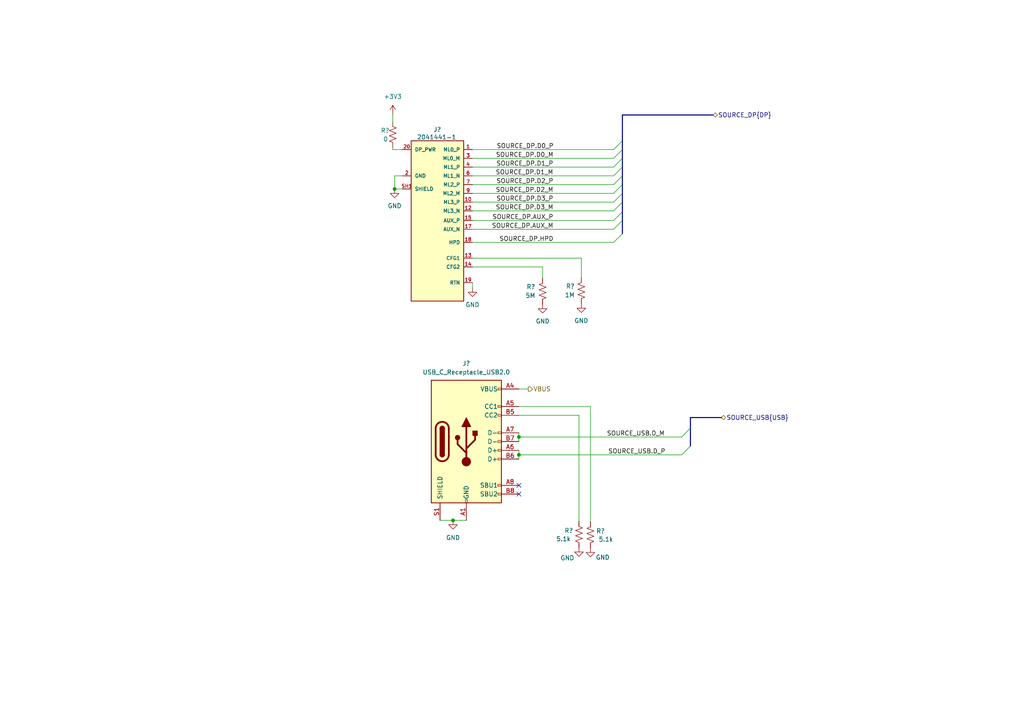
<source format=kicad_sch>
(kicad_sch (version 20211123) (generator eeschema)
  (paper "A4")
  (lib_symbols
    (symbol "2041441-1:DP_CONN" (pin_names (offset 1.016))
      (property "Reference" "J" (at -7.626 23.7635 0))
      (property "Value" "DP_CONN" (at -4.064 23.876 0))
      (symbol "DP_CONN_0_0"
        (rectangle (start -7.62 23.114) (end 7.62 -23.368) (stroke (width 0.254)) (fill (type background)))
        (pin bidirectional line (at -10.16 20.574 0) (length 2.54) (name "ML0_P") (number "1"))
        (pin bidirectional line (at -10.16 5.334 0) (length 2.54) (name "ML3_P") (number "10"))
        (pin passive line (at 10.16 12.954 180) (length 2.54) hide (name "GND") (number "11"))
        (pin bidirectional line (at -10.16 2.794 0) (length 2.54) (name "ML3_N") (number "12"))
        (pin passive line (at -10.16 -10.922 0) (length 2.54) (name "CFG1") (number "13"))
        (pin passive line (at -10.16 -13.462 0) (length 2.54) (name "CFG2") (number "14"))
        (pin input line (at -10.16 0 0) (length 2.54) (name "AUX_P") (number "15"))
        (pin passive line (at 10.16 12.954 180) (length 2.54) hide (name "GND") (number "16"))
        (pin input line (at -10.16 -2.54 0) (length 2.54) (name "AUX_N") (number "17"))
        (pin input line (at -10.16 -6.35 0) (length 2.54) (name "HPD") (number "18"))
        (pin output line (at -10.16 -18.034 0) (length 2.54) (name "RTN") (number "19"))
        (pin passive line (at 10.16 12.954 180) (length 2.54) (name "GND") (number "2"))
        (pin power_in line (at 10.16 20.574 180) (length 2.54) (name "DP_PWR") (number "20"))
        (pin bidirectional line (at -10.16 18.034 0) (length 2.54) (name "ML0_M") (number "3"))
        (pin bidirectional line (at -10.16 15.494 0) (length 2.54) (name "ML1_P") (number "4"))
        (pin passive line (at 10.16 12.954 180) (length 2.54) hide (name "GND") (number "5"))
        (pin bidirectional line (at -10.16 12.954 0) (length 2.54) (name "ML1_N") (number "6"))
        (pin bidirectional line (at -10.16 10.414 0) (length 2.54) (name "ML2_P") (number "7"))
        (pin passive line (at 10.16 12.954 180) (length 2.54) hide (name "GND") (number "8"))
        (pin bidirectional line (at -10.16 7.874 0) (length 2.54) (name "ML2_M") (number "9"))
        (pin passive line (at 10.16 9.144 180) (length 2.54) (name "SHIELD") (number "SH1"))
        (pin passive line (at 10.16 9.144 180) (length 2.54) hide (name "SHIELD") (number "SH2"))
        (pin passive line (at 10.16 9.144 180) (length 2.54) hide (name "SHIELD") (number "SH3"))
      )
    )
    (symbol "Connector:USB_C_Receptacle_USB2.0" (pin_names (offset 1.016))
      (property "Reference" "J" (at -10.16 19.05 0))
      (property "Value" "USB_C_Receptacle_USB2.0" (at 19.05 19.05 0))
      (symbol "USB_C_Receptacle_USB2.0_0_0"
        (rectangle (start -0.254 -17.78) (end 0.254 -16.764))
        (rectangle (start 10.16 -14.986) (end 9.144 -15.494))
        (rectangle (start 10.16 -12.446) (end 9.144 -12.954))
        (rectangle (start 10.16 -4.826) (end 9.144 -5.334))
        (rectangle (start 10.16 -2.286) (end 9.144 -2.794))
        (rectangle (start 10.16 0.254) (end 9.144 -0.254))
        (rectangle (start 10.16 2.794) (end 9.144 2.286))
        (rectangle (start 10.16 7.874) (end 9.144 7.366))
        (rectangle (start 10.16 10.414) (end 9.144 9.906))
        (rectangle (start 10.16 15.494) (end 9.144 14.986))
      )
      (symbol "USB_C_Receptacle_USB2.0_0_1"
        (rectangle (start -10.16 17.78) (end 10.16 -17.78) (stroke (width 0.254)) (fill (type background)))
        (arc (start -8.89 -3.81) (mid -6.985 -5.715) (end -5.08 -3.81) (stroke (width 0.508)))
        (arc (start -7.62 -3.81) (mid -6.985 -4.445) (end -6.35 -3.81) (stroke (width 0.254)))
        (arc (start -7.62 -3.81) (mid -6.985 -4.445) (end -6.35 -3.81) (stroke (width 0.254)) (fill (type outline)))
        (rectangle (start -7.62 -3.81) (end -6.35 3.81) (stroke (width 0.254)) (fill (type outline)))
        (arc (start -6.35 3.81) (mid -6.985 4.445) (end -7.62 3.81) (stroke (width 0.254)))
        (arc (start -6.35 3.81) (mid -6.985 4.445) (end -7.62 3.81) (stroke (width 0.254)) (fill (type outline)))
        (arc (start -5.08 3.81) (mid -6.985 5.715) (end -8.89 3.81) (stroke (width 0.508)))
        (circle (center -2.54 1.143) (radius 0.635) (stroke (width 0.254)) (fill (type outline)))
        (circle (center 0 -5.842) (radius 1.27) (fill (type outline)))
        (polyline (pts (xy -8.89 -3.81) (xy -8.89 3.81)) (stroke (width 0.508)))
        (polyline (pts (xy -5.08 3.81) (xy -5.08 -3.81)) (stroke (width 0.508)))
        (polyline (pts (xy 0 -5.842) (xy 0 4.318)) (stroke (width 0.508)))
        (polyline (pts (xy 0 -3.302) (xy -2.54 -0.762) (xy -2.54 0.508)) (stroke (width 0.508)))
        (polyline (pts (xy 0 -2.032) (xy 2.54 0.508) (xy 2.54 1.778)) (stroke (width 0.508)))
        (polyline (pts (xy -1.27 4.318) (xy 0 6.858) (xy 1.27 4.318) (xy -1.27 4.318)) (stroke (width 0.254)) (fill (type outline)))
        (rectangle (start 1.905 1.778) (end 3.175 3.048) (stroke (width 0.254)) (fill (type outline)))
      )
      (symbol "USB_C_Receptacle_USB2.0_1_1"
        (pin passive line (at 0 -22.86 90) (length 5.08) (name "GND") (number "A1"))
        (pin passive line (at 0 -22.86 90) (length 5.08) hide (name "GND") (number "A12"))
        (pin passive line (at 15.24 15.24 180) (length 5.08) (name "VBUS") (number "A4"))
        (pin bidirectional line (at 15.24 10.16 180) (length 5.08) (name "CC1") (number "A5"))
        (pin bidirectional line (at 15.24 -2.54 180) (length 5.08) (name "D+") (number "A6"))
        (pin bidirectional line (at 15.24 2.54 180) (length 5.08) (name "D-") (number "A7"))
        (pin bidirectional line (at 15.24 -12.7 180) (length 5.08) (name "SBU1") (number "A8"))
        (pin passive line (at 15.24 15.24 180) (length 5.08) hide (name "VBUS") (number "A9"))
        (pin passive line (at 0 -22.86 90) (length 5.08) hide (name "GND") (number "B1"))
        (pin passive line (at 0 -22.86 90) (length 5.08) hide (name "GND") (number "B12"))
        (pin passive line (at 15.24 15.24 180) (length 5.08) hide (name "VBUS") (number "B4"))
        (pin bidirectional line (at 15.24 7.62 180) (length 5.08) (name "CC2") (number "B5"))
        (pin bidirectional line (at 15.24 -5.08 180) (length 5.08) (name "D+") (number "B6"))
        (pin bidirectional line (at 15.24 0 180) (length 5.08) (name "D-") (number "B7"))
        (pin bidirectional line (at 15.24 -15.24 180) (length 5.08) (name "SBU2") (number "B8"))
        (pin passive line (at 15.24 15.24 180) (length 5.08) hide (name "VBUS") (number "B9"))
        (pin passive line (at -7.62 -22.86 90) (length 5.08) (name "SHIELD") (number "S1"))
      )
    )
    (symbol "Device:R_US" (pin_numbers hide) (pin_names (offset 0))
      (property "Reference" "R" (at 2.54 0 90))
      (property "Value" "R_US" (at -2.54 0 90))
      (symbol "R_US_0_1"
        (polyline (pts (xy 0 -2.286) (xy 0 -2.54)))
        (polyline (pts (xy 0 2.286) (xy 0 2.54)))
        (polyline (pts (xy 0 -0.762) (xy 1.016 -1.143) (xy 0 -1.524) (xy -1.016 -1.905) (xy 0 -2.286)))
        (polyline (pts (xy 0 0.762) (xy 1.016 0.381) (xy 0 0) (xy -1.016 -0.381) (xy 0 -0.762)))
        (polyline (pts (xy 0 2.286) (xy 1.016 1.905) (xy 0 1.524) (xy -1.016 1.143) (xy 0 0.762)))
      )
      (symbol "R_US_1_1"
        (pin passive line (at 0 3.81 270) (length 1.27) (name "~") (number "1"))
        (pin passive line (at 0 -3.81 90) (length 1.27) (name "~") (number "2"))
      )
    )
    (symbol "power:+3V3" (power) (pin_names (offset 0))
      (property "Value" "+3V3" (at 0 3.556 0))
      (symbol "+3V3_0_1"
        (polyline (pts (xy -0.762 1.27) (xy 0 2.54)))
        (polyline (pts (xy 0 0) (xy 0 2.54)))
        (polyline (pts (xy 0 2.54) (xy 0.762 1.27)))
      )
      (symbol "+3V3_1_1"
        (pin power_in line (at 0 0 90) (length 0) hide (name "+3V3") (number "1"))
      )
    )
    (symbol "power:GND" (power) (pin_names (offset 0))
      (property "Value" "GND" (at 0 -3.81 0))
      (symbol "GND_0_1"
        (polyline (pts (xy 0 0) (xy 0 -1.27) (xy 1.27 -1.27) (xy 0 -2.54) (xy -1.27 -1.27) (xy 0 -1.27)))
      )
      (symbol "GND_1_1"
        (pin power_in line (at 0 0 270) (length 0) hide (name "GND") (number "1"))
      )
    )
  )
  (junction (at 150.495 131.9276))
  (junction (at 150.495 126.746))
  (junction (at 114.4524 54.8132))
  (junction (at 131.3942 150.9268))
  (no_connect (at 150.495 140.7668))
  (no_connect (at 150.495 143.3068))
  (bus_entry (at 200.2536 124.206) (size -2.54 2.54))
  (bus_entry (at 177.9778 63.9572) (size 2.54 -2.54))
  (bus_entry (at 177.9778 53.5432) (size 2.54 -2.54))
  (bus_entry (at 177.9778 43.3832) (size 2.54 -2.54))
  (bus_entry (at 177.9778 66.4972) (size 2.54 -2.54))
  (bus_entry (at 177.9778 56.0832) (size 2.54 -2.54))
  (bus_entry (at 177.9778 70.3072) (size 2.54 -2.54))
  (bus_entry (at 200.2536 129.3876) (size -2.54 2.54))
  (bus_entry (at 177.9778 48.4632) (size 2.54 -2.54))
  (bus_entry (at 177.9778 51.0032) (size 2.54 -2.54))
  (bus_entry (at 177.9778 45.9232) (size 2.54 -2.54))
  (bus_entry (at 177.9778 58.6232) (size 2.54 -2.54))
  (bus_entry (at 177.9778 61.1632) (size 2.54 -2.54))
  (wire (pts (xy 116.713 54.8132) (xy 114.4524 54.8132)))
  (bus (pts (xy 200.2536 121.1072) (xy 209.2452 121.1072)))
  (wire (pts (xy 177.9778 70.3072) (xy 137.033 70.3072)))
  (bus (pts (xy 180.5178 45.9232) (xy 180.5178 43.3832)))
  (wire (pts (xy 177.9778 51.0032) (xy 137.033 51.0032)))
  (wire (pts (xy 116.713 43.3832) (xy 113.919 43.3832)))
  (wire (pts (xy 114.4524 51.0032) (xy 114.4524 54.8132)))
  (wire (pts (xy 150.495 131.9276) (xy 150.495 133.1468)))
  (wire (pts (xy 177.9778 45.9232) (xy 137.033 45.9232)))
  (wire (pts (xy 177.9778 58.6232) (xy 137.033 58.6232)))
  (bus (pts (xy 200.2536 124.206) (xy 200.2536 121.1072)))
  (bus (pts (xy 180.5178 43.3832) (xy 180.5178 40.8432)))
  (wire (pts (xy 177.9778 48.4632) (xy 137.033 48.4632)))
  (wire (pts (xy 150.495 117.9068) (xy 171.2468 117.9068)))
  (wire (pts (xy 177.9778 61.1632) (xy 137.033 61.1632)))
  (wire (pts (xy 177.9778 56.0832) (xy 137.033 56.0832)))
  (wire (pts (xy 150.495 131.9276) (xy 197.7136 131.9276)))
  (wire (pts (xy 127.635 150.9268) (xy 131.3942 150.9268)))
  (wire (pts (xy 137.033 81.9912) (xy 137.033 83.4898)))
  (wire (pts (xy 113.919 35.2044) (xy 113.919 33.0708)))
  (bus (pts (xy 180.5178 48.4632) (xy 180.5178 45.9232)))
  (wire (pts (xy 177.9778 53.5432) (xy 137.033 53.5432)))
  (wire (pts (xy 116.713 51.0032) (xy 114.4524 51.0032)))
  (bus (pts (xy 200.2536 129.3876) (xy 200.2536 124.206)))
  (wire (pts (xy 150.495 120.4468) (xy 167.9194 120.4468)))
  (bus (pts (xy 180.5178 61.4172) (xy 180.5178 58.6232)))
  (bus (pts (xy 180.5178 56.0832) (xy 180.5178 53.5432)))
  (bus (pts (xy 206.8322 33.3502) (xy 180.5178 33.3502)))
  (bus (pts (xy 180.5178 53.5432) (xy 180.5178 51.0032)))
  (wire (pts (xy 167.9194 120.4468) (xy 167.9194 151.2062)))
  (bus (pts (xy 180.5178 63.9572) (xy 180.5178 61.4172)))
  (wire (pts (xy 177.9778 63.9572) (xy 137.033 63.9572)))
  (wire (pts (xy 157.3784 77.4192) (xy 157.3784 80.645)))
  (wire (pts (xy 137.033 77.4192) (xy 157.3784 77.4192)))
  (wire (pts (xy 150.495 126.746) (xy 150.495 128.0668)))
  (bus (pts (xy 180.5178 51.0032) (xy 180.5178 48.4632)))
  (wire (pts (xy 168.6052 74.8792) (xy 137.033 74.8792)))
  (bus (pts (xy 180.5178 58.6232) (xy 180.5178 56.0832)))
  (wire (pts (xy 150.495 126.746) (xy 197.7136 126.746)))
  (wire (pts (xy 150.495 130.6068) (xy 150.495 131.9276)))
  (wire (pts (xy 177.9778 66.4972) (xy 137.033 66.4972)))
  (bus (pts (xy 180.5178 40.8432) (xy 180.5178 33.3502)))
  (wire (pts (xy 177.9778 43.3832) (xy 137.033 43.3832)))
  (wire (pts (xy 171.2468 117.9068) (xy 171.2468 151.3332)))
  (bus (pts (xy 180.5178 67.7672) (xy 180.5178 63.9572)))
  (wire (pts (xy 150.495 125.5268) (xy 150.495 126.746)))
  (wire (pts (xy 131.3942 150.9268) (xy 135.255 150.9268)))
  (wire (pts (xy 150.495 112.8268) (xy 153.2128 112.8268)))
  (wire (pts (xy 113.919 43.3832) (xy 113.919 42.8244)))
  (wire (pts (xy 168.6052 80.4926) (xy 168.6052 74.8792)))
  (label "SOURCE_DP.D2_P" (at 160.528 53.5432 180))
  (label "SOURCE_DP.D0_P" (at 160.6042 43.3832 180))
  (label "SOURCE_DP.AUX_P" (at 160.528 63.9572 180))
  (label "SOURCE_DP.D0_M" (at 160.5534 45.9232 180))
  (label "SOURCE_DP.D3_P" (at 160.528 58.6232 180))
  (label "SOURCE_DP.AUX_M" (at 160.528 66.4972 180))
  (label "SOURCE_DP.D1_P" (at 160.528 48.4632 180))
  (label "SOURCE_DP.HPD" (at 160.5534 70.3072 180))
  (label "SOURCE_DP.D1_M" (at 160.5026 51.0032 180))
  (label "SOURCE_USB.D_P" (at 176.3776 131.9276 0))
  (label "SOURCE_USB.D_M" (at 175.9712 126.746 0))
  (label "SOURCE_DP.D2_M" (at 160.528 56.0832 180))
  (label "SOURCE_DP.D3_M" (at 160.528 61.1632 180))
  (hierarchical_label "VBUS" (shape output) (at 153.2128 112.8268 0))
  (hierarchical_label "SOURCE_DP{DP}" (shape bidirectional) (at 206.8068 33.3502 0))
  (hierarchical_label "SOURCE_USB{USB}" (shape bidirectional) (at 209.2198 121.1072 0))
  (symbol (lib_id "Device:R_US") (at 167.9194 155.0162 0) (unit 1)
    (property "Reference" "R?" (at 163.6776 153.8986 0) (effects (justify left)))
    (property "Value" "5.1k" (at 161.29 156.3116 0) (effects (justify left)))
  )
  (symbol (lib_id "power:GND") (at 131.3942 150.9268 0) (unit 1)
    (property "Reference" "#PWR?" (effects hide))
    (property "Value" "GND" (at 131.3942 155.956 0))
  )
  (symbol (lib_id "power:+3V3") (at 113.919 33.0708 0) (mirror y) (unit 1)
    (property "Reference" "#PWR?" (effects hide))
    (property "Value" "+3V3" (at 113.919 28.0162 0))
  )
  (symbol (lib_id "power:GND") (at 168.6052 88.1126 0) (mirror y) (unit 1)
    (property "Reference" "#PWR?" (effects hide))
    (property "Value" "GND" (at 168.6052 93.0148 0))
  )
  (symbol (lib_id "Device:R_US") (at 113.919 39.0144 0) (unit 1)
    (property "Reference" "R?" (at 110.4138 37.8714 0) (effects (justify left)))
    (property "Value" "0" (at 111.125 40.3606 0) (effects (justify left)))
  )
  (symbol (lib_id "Device:R_US") (at 168.6052 84.3026 0) (mirror y) (unit 1)
    (property "Reference" "R?" (at 166.7002 83.0325 0) (effects (justify left)))
    (property "Value" "1M" (at 166.7002 85.5725 0) (effects (justify left)))
  )
  (symbol (lib_id "Device:R_US") (at 157.3784 84.455 0) (mirror y) (unit 1)
    (property "Reference" "R?" (at 155.2702 83.1849 0) (effects (justify left)))
    (property "Value" "5M" (at 155.2702 85.7249 0) (effects (justify left)))
  )
  (symbol (lib_id "power:GND") (at 171.2468 158.9532 0) (unit 1)
    (property "Reference" "#PWR?" (effects hide))
    (property "Value" "GND" (at 174.8028 161.671 0))
  )
  (symbol (lib_id "Device:R_US") (at 171.2468 155.1432 0) (mirror y) (unit 1)
    (property "Reference" "R?" (at 175.4886 154.0256 0) (effects (justify left)))
    (property "Value" "5.1k" (at 177.8762 156.4386 0) (effects (justify left)))
  )
  (symbol (lib_id "power:GND") (at 137.033 83.4898 0) (mirror y) (unit 1)
    (property "Reference" "#PWR?" (effects hide))
    (property "Value" "GND" (at 137.033 88.392 0))
  )
  (symbol (lib_id "2041441-1:DP_CONN") (at 126.873 63.9572 0) (mirror y) (unit 1)
    (property "Reference" "J?" (at 126.8476 37.592 0))
    (property "Value" "2041441-1" (at 126.6444 39.8018 0))
    (property "Footprint" "TE_2041441-1" (effects hide))
    (property "Datasheet" "https://www.mouser.com/datasheet/2/418/7/ENG_CD_2041441_D1-2025412.pdf" (effects hide))
    (property "Comment" "2041441-1" (effects hide))
  )
  (symbol (lib_id "power:GND") (at 157.3784 88.265 0) (mirror y) (unit 1)
    (property "Reference" "#PWR?" (effects hide))
    (property "Value" "GND" (at 157.3784 93.1672 0))
  )
  (symbol (lib_id "power:GND") (at 167.9194 158.8262 0) (unit 1)
    (property "Reference" "#PWR?" (effects hide))
    (property "Value" "GND" (at 164.5666 161.8234 0))
  )
  (symbol (lib_id "power:GND") (at 114.4524 54.8132 0) (mirror y) (unit 1)
    (property "Reference" "#PWR?" (effects hide))
    (property "Value" "GND" (at 114.4524 59.7154 0))
  )
  (symbol (lib_id "Connector:USB_C_Receptacle_USB2.0") (at 135.255 128.0668 0) (unit 1)
    (property "Reference" "J?" (at 135.255 105.41 0))
    (property "Value" "USB_C_Receptacle_USB2.0" (at 135.255 107.95 0))
    (property "Datasheet" "https://www.usb.org/sites/default/files/documents/usb_type-c.zip" (effects hide))
  )
)
</source>
